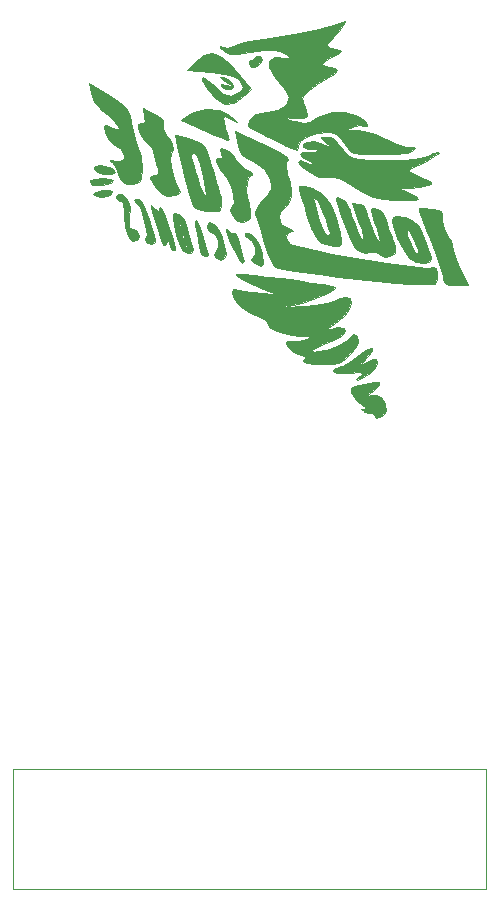
<source format=gbr>
%TF.GenerationSoftware,KiCad,Pcbnew,5.0.0*%
%TF.CreationDate,2018-07-30T20:43:33-05:00*%
%TF.ProjectId,breakout,627265616B6F75742E6B696361645F70,rev?*%
%TF.SameCoordinates,Original*%
%TF.FileFunction,Legend,Bot*%
%TF.FilePolarity,Positive*%
%FSLAX46Y46*%
G04 Gerber Fmt 4.6, Leading zero omitted, Abs format (unit mm)*
G04 Created by KiCad (PCBNEW 5.0.0) date Mon Jul 30 20:43:33 2018*
%MOMM*%
%LPD*%
G01*
G04 APERTURE LIST*
%ADD10C,0.010000*%
%ADD11C,0.120000*%
G04 APERTURE END LIST*
D10*
G36*
X130276579Y-127352743D02*
X129530813Y-127538159D01*
X129202626Y-127731955D01*
X129181238Y-128024839D01*
X129238403Y-128202809D01*
X129636199Y-128772797D01*
X130091940Y-129116290D01*
X130439416Y-129355116D01*
X130335309Y-129454504D01*
X130331410Y-129454595D01*
X130069164Y-129500645D01*
X130285141Y-129686938D01*
X130318645Y-129708263D01*
X130762993Y-129854898D01*
X130920224Y-129822074D01*
X131121691Y-129887952D01*
X131133516Y-129973400D01*
X131299467Y-130236514D01*
X131786886Y-130084005D01*
X131925928Y-130000827D01*
X132173238Y-129688914D01*
X132101025Y-129153266D01*
X132050092Y-129002290D01*
X131742212Y-128455718D01*
X131266811Y-128317433D01*
X131123995Y-128329069D01*
X130465094Y-128406853D01*
X131129521Y-127879460D01*
X131588262Y-127446783D01*
X131589710Y-127225405D01*
X131118363Y-127205753D01*
X130276579Y-127352743D01*
X130276579Y-127352743D01*
G37*
X130276579Y-127352743D02*
X129530813Y-127538159D01*
X129202626Y-127731955D01*
X129181238Y-128024839D01*
X129238403Y-128202809D01*
X129636199Y-128772797D01*
X130091940Y-129116290D01*
X130439416Y-129355116D01*
X130335309Y-129454504D01*
X130331410Y-129454595D01*
X130069164Y-129500645D01*
X130285141Y-129686938D01*
X130318645Y-129708263D01*
X130762993Y-129854898D01*
X130920224Y-129822074D01*
X131121691Y-129887952D01*
X131133516Y-129973400D01*
X131299467Y-130236514D01*
X131786886Y-130084005D01*
X131925928Y-130000827D01*
X132173238Y-129688914D01*
X132101025Y-129153266D01*
X132050092Y-129002290D01*
X131742212Y-128455718D01*
X131266811Y-128317433D01*
X131123995Y-128329069D01*
X130465094Y-128406853D01*
X131129521Y-127879460D01*
X131588262Y-127446783D01*
X131589710Y-127225405D01*
X131118363Y-127205753D01*
X130276579Y-127352743D01*
G36*
X130642292Y-124375832D02*
X130059065Y-124765832D01*
X129886978Y-124911401D01*
X129173652Y-125445157D01*
X128491114Y-125813310D01*
X128321244Y-125870090D01*
X127744200Y-126087324D01*
X127645042Y-126290187D01*
X127967786Y-126433875D01*
X128656446Y-126473583D01*
X129043663Y-126448253D01*
X129822253Y-126386949D01*
X130146733Y-126414572D01*
X130093276Y-126551216D01*
X129928350Y-126681604D01*
X129648339Y-126956890D01*
X129709514Y-127048127D01*
X130098094Y-126895278D01*
X130657425Y-126524315D01*
X130696406Y-126493984D01*
X131181301Y-126007138D01*
X131399882Y-125579387D01*
X131400884Y-125558195D01*
X131334550Y-125239891D01*
X131053204Y-125231649D01*
X130514359Y-125480203D01*
X129930358Y-125783858D01*
X130534382Y-125126157D01*
X130945190Y-124577636D01*
X130959413Y-124320314D01*
X130642292Y-124375832D01*
X130642292Y-124375832D01*
G37*
X130642292Y-124375832D02*
X130059065Y-124765832D01*
X129886978Y-124911401D01*
X129173652Y-125445157D01*
X128491114Y-125813310D01*
X128321244Y-125870090D01*
X127744200Y-126087324D01*
X127645042Y-126290187D01*
X127967786Y-126433875D01*
X128656446Y-126473583D01*
X129043663Y-126448253D01*
X129822253Y-126386949D01*
X130146733Y-126414572D01*
X130093276Y-126551216D01*
X129928350Y-126681604D01*
X129648339Y-126956890D01*
X129709514Y-127048127D01*
X130098094Y-126895278D01*
X130657425Y-126524315D01*
X130696406Y-126493984D01*
X131181301Y-126007138D01*
X131399882Y-125579387D01*
X131400884Y-125558195D01*
X131334550Y-125239891D01*
X131053204Y-125231649D01*
X130514359Y-125480203D01*
X129930358Y-125783858D01*
X130534382Y-125126157D01*
X130945190Y-124577636D01*
X130959413Y-124320314D01*
X130642292Y-124375832D01*
G36*
X119464313Y-118040838D02*
X119574759Y-118243358D01*
X120071969Y-118566819D01*
X120840028Y-118949797D01*
X121763022Y-119330865D01*
X122176673Y-119478163D01*
X123246147Y-119839379D01*
X121775621Y-119699751D01*
X120829472Y-119590720D01*
X120020755Y-119464848D01*
X119703516Y-119396099D01*
X119233294Y-119366851D01*
X119101937Y-119677078D01*
X119322123Y-120219101D01*
X119874014Y-120820108D01*
X120594607Y-121336086D01*
X121299867Y-121618976D01*
X121836915Y-121844801D01*
X122042989Y-122148875D01*
X122284012Y-122519416D01*
X122906068Y-122876682D01*
X123757638Y-123159114D01*
X124687201Y-123305154D01*
X124908612Y-123313099D01*
X125519883Y-123340784D01*
X125660733Y-123433436D01*
X125432569Y-123604591D01*
X124801802Y-123762235D01*
X124274622Y-123719622D01*
X123777681Y-123701167D01*
X123642807Y-123920063D01*
X123825690Y-124266094D01*
X124282020Y-124629048D01*
X124719930Y-124827246D01*
X125228244Y-125031439D01*
X125356053Y-125150629D01*
X125302473Y-125161457D01*
X125080945Y-125324688D01*
X125117726Y-125443916D01*
X125456695Y-125591726D01*
X126154188Y-125688825D01*
X126758283Y-125711284D01*
X127686842Y-125669156D01*
X128305963Y-125491501D01*
X128837721Y-125101415D01*
X129015135Y-124929746D01*
X129509822Y-124342813D01*
X129779789Y-123843094D01*
X129796673Y-123742367D01*
X129657750Y-123293396D01*
X129364972Y-123150181D01*
X129105731Y-123400932D01*
X128740234Y-123774181D01*
X128032704Y-124153045D01*
X127169496Y-124460983D01*
X126336965Y-124621456D01*
X126114947Y-124629305D01*
X125766884Y-124594332D01*
X125822862Y-124481604D01*
X126325256Y-124251852D01*
X126670412Y-124114593D01*
X127491539Y-123761855D01*
X128139748Y-123427399D01*
X128341465Y-123292256D01*
X128709213Y-122853474D01*
X128593629Y-122599146D01*
X128028364Y-122577065D01*
X127858252Y-122605904D01*
X126989305Y-122775787D01*
X127863705Y-122238887D01*
X128602562Y-121654152D01*
X129055049Y-121044290D01*
X129219430Y-120502103D01*
X129093969Y-120120392D01*
X128676928Y-119991961D01*
X127966573Y-120209610D01*
X127901055Y-120242663D01*
X127152713Y-120502348D01*
X126121952Y-120705437D01*
X125263492Y-120791860D01*
X123513516Y-120882067D01*
X125066732Y-120485087D01*
X125958610Y-120211928D01*
X126803246Y-119878920D01*
X127474918Y-119545934D01*
X127847907Y-119272841D01*
X127866597Y-119151728D01*
X127564742Y-119070370D01*
X126848555Y-118943980D01*
X125828939Y-118787221D01*
X124616794Y-118614755D01*
X123323023Y-118441246D01*
X122058528Y-118281355D01*
X120934209Y-118149746D01*
X120060969Y-118061081D01*
X119549709Y-118030022D01*
X119464313Y-118040838D01*
X119464313Y-118040838D01*
G37*
X119464313Y-118040838D02*
X119574759Y-118243358D01*
X120071969Y-118566819D01*
X120840028Y-118949797D01*
X121763022Y-119330865D01*
X122176673Y-119478163D01*
X123246147Y-119839379D01*
X121775621Y-119699751D01*
X120829472Y-119590720D01*
X120020755Y-119464848D01*
X119703516Y-119396099D01*
X119233294Y-119366851D01*
X119101937Y-119677078D01*
X119322123Y-120219101D01*
X119874014Y-120820108D01*
X120594607Y-121336086D01*
X121299867Y-121618976D01*
X121836915Y-121844801D01*
X122042989Y-122148875D01*
X122284012Y-122519416D01*
X122906068Y-122876682D01*
X123757638Y-123159114D01*
X124687201Y-123305154D01*
X124908612Y-123313099D01*
X125519883Y-123340784D01*
X125660733Y-123433436D01*
X125432569Y-123604591D01*
X124801802Y-123762235D01*
X124274622Y-123719622D01*
X123777681Y-123701167D01*
X123642807Y-123920063D01*
X123825690Y-124266094D01*
X124282020Y-124629048D01*
X124719930Y-124827246D01*
X125228244Y-125031439D01*
X125356053Y-125150629D01*
X125302473Y-125161457D01*
X125080945Y-125324688D01*
X125117726Y-125443916D01*
X125456695Y-125591726D01*
X126154188Y-125688825D01*
X126758283Y-125711284D01*
X127686842Y-125669156D01*
X128305963Y-125491501D01*
X128837721Y-125101415D01*
X129015135Y-124929746D01*
X129509822Y-124342813D01*
X129779789Y-123843094D01*
X129796673Y-123742367D01*
X129657750Y-123293396D01*
X129364972Y-123150181D01*
X129105731Y-123400932D01*
X128740234Y-123774181D01*
X128032704Y-124153045D01*
X127169496Y-124460983D01*
X126336965Y-124621456D01*
X126114947Y-124629305D01*
X125766884Y-124594332D01*
X125822862Y-124481604D01*
X126325256Y-124251852D01*
X126670412Y-124114593D01*
X127491539Y-123761855D01*
X128139748Y-123427399D01*
X128341465Y-123292256D01*
X128709213Y-122853474D01*
X128593629Y-122599146D01*
X128028364Y-122577065D01*
X127858252Y-122605904D01*
X126989305Y-122775787D01*
X127863705Y-122238887D01*
X128602562Y-121654152D01*
X129055049Y-121044290D01*
X129219430Y-120502103D01*
X129093969Y-120120392D01*
X128676928Y-119991961D01*
X127966573Y-120209610D01*
X127901055Y-120242663D01*
X127152713Y-120502348D01*
X126121952Y-120705437D01*
X125263492Y-120791860D01*
X123513516Y-120882067D01*
X125066732Y-120485087D01*
X125958610Y-120211928D01*
X126803246Y-119878920D01*
X127474918Y-119545934D01*
X127847907Y-119272841D01*
X127866597Y-119151728D01*
X127564742Y-119070370D01*
X126848555Y-118943980D01*
X125828939Y-118787221D01*
X124616794Y-118614755D01*
X123323023Y-118441246D01*
X122058528Y-118281355D01*
X120934209Y-118149746D01*
X120060969Y-118061081D01*
X119549709Y-118030022D01*
X119464313Y-118040838D01*
G36*
X134968221Y-112447635D02*
X134934430Y-112463352D01*
X134985745Y-112737673D01*
X135204625Y-113401414D01*
X135554428Y-114349784D01*
X135923022Y-115290676D01*
X136369906Y-116449110D01*
X136728439Y-117463347D01*
X136956149Y-118207827D01*
X137015621Y-118520533D01*
X137120294Y-118859085D01*
X137524775Y-119004488D01*
X138046071Y-119027074D01*
X139076521Y-119027074D01*
X138416164Y-117647256D01*
X138040713Y-116768028D01*
X137785184Y-115990844D01*
X137719924Y-115642181D01*
X137628564Y-115159898D01*
X137509671Y-115016736D01*
X137291951Y-114788010D01*
X137071253Y-114248496D01*
X136914437Y-113617565D01*
X136888364Y-113114587D01*
X136907510Y-113041053D01*
X136795215Y-112750580D01*
X136181613Y-112546697D01*
X136041320Y-112522091D01*
X135370042Y-112441823D01*
X134968221Y-112447635D01*
X134968221Y-112447635D01*
G37*
X134968221Y-112447635D02*
X134934430Y-112463352D01*
X134985745Y-112737673D01*
X135204625Y-113401414D01*
X135554428Y-114349784D01*
X135923022Y-115290676D01*
X136369906Y-116449110D01*
X136728439Y-117463347D01*
X136956149Y-118207827D01*
X137015621Y-118520533D01*
X137120294Y-118859085D01*
X137524775Y-119004488D01*
X138046071Y-119027074D01*
X139076521Y-119027074D01*
X138416164Y-117647256D01*
X138040713Y-116768028D01*
X137785184Y-115990844D01*
X137719924Y-115642181D01*
X137628564Y-115159898D01*
X137509671Y-115016736D01*
X137291951Y-114788010D01*
X137071253Y-114248496D01*
X136914437Y-113617565D01*
X136888364Y-113114587D01*
X136907510Y-113041053D01*
X136795215Y-112750580D01*
X136181613Y-112546697D01*
X136041320Y-112522091D01*
X135370042Y-112441823D01*
X134968221Y-112447635D01*
G36*
X119515368Y-106804898D02*
X119713057Y-107575497D01*
X119984166Y-108017636D01*
X120489773Y-108330358D01*
X120890816Y-108504555D01*
X121787314Y-109140647D01*
X122206380Y-109832721D01*
X122424951Y-110428489D01*
X122415198Y-110847002D01*
X122127137Y-111304473D01*
X121769561Y-111722193D01*
X121302712Y-112348885D01*
X121069009Y-112855764D01*
X121068300Y-113006324D01*
X121205005Y-113417361D01*
X121443089Y-114182004D01*
X121732994Y-115140867D01*
X121756230Y-115218806D01*
X122074583Y-116177876D01*
X122388350Y-116942180D01*
X122633350Y-117356853D01*
X122647763Y-117370040D01*
X123046896Y-117515419D01*
X123876956Y-117689419D01*
X125048901Y-117882238D01*
X126473694Y-118084075D01*
X128062293Y-118285128D01*
X129725660Y-118475596D01*
X131374754Y-118645677D01*
X132920536Y-118785570D01*
X134273966Y-118885473D01*
X135346005Y-118935583D01*
X136047612Y-118926101D01*
X136280697Y-118870769D01*
X136461298Y-118473002D01*
X136477404Y-117967236D01*
X136351129Y-117574117D01*
X136142854Y-117495367D01*
X135695495Y-117521857D01*
X134822197Y-117457290D01*
X133620893Y-117317862D01*
X132189515Y-117119769D01*
X130625995Y-116879207D01*
X129028265Y-116612373D01*
X127494258Y-116335461D01*
X126121905Y-116064669D01*
X125009139Y-115816192D01*
X124253892Y-115606227D01*
X123981410Y-115484104D01*
X123674547Y-115035538D01*
X123748179Y-114627541D01*
X124115094Y-114460703D01*
X124273037Y-114383265D01*
X123929045Y-114201555D01*
X123847726Y-114171054D01*
X123265560Y-113792076D01*
X123112463Y-113256372D01*
X123190997Y-112764433D01*
X123334652Y-112610232D01*
X123610728Y-112400533D01*
X123900725Y-111967676D01*
X124086835Y-111463220D01*
X124085372Y-110861428D01*
X123895372Y-109962490D01*
X123890973Y-109945300D01*
X123702369Y-109029095D01*
X123722879Y-108521873D01*
X123830575Y-108382066D01*
X123731926Y-108201217D01*
X123232229Y-107859521D01*
X122419700Y-107411920D01*
X121727497Y-107072267D01*
X119331179Y-105945881D01*
X119515368Y-106804898D01*
X119515368Y-106804898D01*
G37*
X119515368Y-106804898D02*
X119713057Y-107575497D01*
X119984166Y-108017636D01*
X120489773Y-108330358D01*
X120890816Y-108504555D01*
X121787314Y-109140647D01*
X122206380Y-109832721D01*
X122424951Y-110428489D01*
X122415198Y-110847002D01*
X122127137Y-111304473D01*
X121769561Y-111722193D01*
X121302712Y-112348885D01*
X121069009Y-112855764D01*
X121068300Y-113006324D01*
X121205005Y-113417361D01*
X121443089Y-114182004D01*
X121732994Y-115140867D01*
X121756230Y-115218806D01*
X122074583Y-116177876D01*
X122388350Y-116942180D01*
X122633350Y-117356853D01*
X122647763Y-117370040D01*
X123046896Y-117515419D01*
X123876956Y-117689419D01*
X125048901Y-117882238D01*
X126473694Y-118084075D01*
X128062293Y-118285128D01*
X129725660Y-118475596D01*
X131374754Y-118645677D01*
X132920536Y-118785570D01*
X134273966Y-118885473D01*
X135346005Y-118935583D01*
X136047612Y-118926101D01*
X136280697Y-118870769D01*
X136461298Y-118473002D01*
X136477404Y-117967236D01*
X136351129Y-117574117D01*
X136142854Y-117495367D01*
X135695495Y-117521857D01*
X134822197Y-117457290D01*
X133620893Y-117317862D01*
X132189515Y-117119769D01*
X130625995Y-116879207D01*
X129028265Y-116612373D01*
X127494258Y-116335461D01*
X126121905Y-116064669D01*
X125009139Y-115816192D01*
X124253892Y-115606227D01*
X123981410Y-115484104D01*
X123674547Y-115035538D01*
X123748179Y-114627541D01*
X124115094Y-114460703D01*
X124273037Y-114383265D01*
X123929045Y-114201555D01*
X123847726Y-114171054D01*
X123265560Y-113792076D01*
X123112463Y-113256372D01*
X123190997Y-112764433D01*
X123334652Y-112610232D01*
X123610728Y-112400533D01*
X123900725Y-111967676D01*
X124086835Y-111463220D01*
X124085372Y-110861428D01*
X123895372Y-109962490D01*
X123890973Y-109945300D01*
X123702369Y-109029095D01*
X123722879Y-108521873D01*
X123830575Y-108382066D01*
X123731926Y-108201217D01*
X123232229Y-107859521D01*
X122419700Y-107411920D01*
X121727497Y-107072267D01*
X119331179Y-105945881D01*
X119515368Y-106804898D01*
G36*
X120225682Y-114620229D02*
X120199984Y-114645806D01*
X120248570Y-114872239D01*
X120389215Y-114947508D01*
X120784197Y-115289460D01*
X121036513Y-115847965D01*
X121076118Y-116395042D01*
X120917035Y-116665417D01*
X120724184Y-116905963D01*
X120973516Y-117151401D01*
X121527534Y-117403814D01*
X121765880Y-117228520D01*
X121775621Y-117119673D01*
X121663514Y-116312100D01*
X121377304Y-115540357D01*
X120992153Y-114922456D01*
X120583224Y-114576410D01*
X120225682Y-114620229D01*
X120225682Y-114620229D01*
G37*
X120225682Y-114620229D02*
X120199984Y-114645806D01*
X120248570Y-114872239D01*
X120389215Y-114947508D01*
X120784197Y-115289460D01*
X121036513Y-115847965D01*
X121076118Y-116395042D01*
X120917035Y-116665417D01*
X120724184Y-116905963D01*
X120973516Y-117151401D01*
X121527534Y-117403814D01*
X121765880Y-117228520D01*
X121775621Y-117119673D01*
X121663514Y-116312100D01*
X121377304Y-115540357D01*
X120992153Y-114922456D01*
X120583224Y-114576410D01*
X120225682Y-114620229D01*
G36*
X132752388Y-113269591D02*
X132679256Y-113597301D01*
X132817920Y-114232154D01*
X133107443Y-115021335D01*
X133486888Y-115812030D01*
X133895320Y-116451425D01*
X134115360Y-116687600D01*
X134691345Y-117013188D01*
X135308420Y-117144166D01*
X135784447Y-117067203D01*
X135942122Y-116821284D01*
X135834012Y-116282321D01*
X135810591Y-116211118D01*
X134876673Y-116211118D01*
X134785008Y-116379841D01*
X134551854Y-116128355D01*
X134239978Y-115530643D01*
X134178947Y-115388702D01*
X133955940Y-114741008D01*
X133900885Y-114325859D01*
X133921712Y-114278176D01*
X134085223Y-114415029D01*
X134351811Y-114866621D01*
X134630748Y-115449312D01*
X134831307Y-115979461D01*
X134876673Y-116211118D01*
X135810591Y-116211118D01*
X135569724Y-115478863D01*
X135227224Y-114627163D01*
X134937792Y-114035648D01*
X134470746Y-113589475D01*
X133771157Y-113276071D01*
X133079060Y-113179577D01*
X132752388Y-113269591D01*
X132752388Y-113269591D01*
G37*
X132752388Y-113269591D02*
X132679256Y-113597301D01*
X132817920Y-114232154D01*
X133107443Y-115021335D01*
X133486888Y-115812030D01*
X133895320Y-116451425D01*
X134115360Y-116687600D01*
X134691345Y-117013188D01*
X135308420Y-117144166D01*
X135784447Y-117067203D01*
X135942122Y-116821284D01*
X135834012Y-116282321D01*
X135810591Y-116211118D01*
X134876673Y-116211118D01*
X134785008Y-116379841D01*
X134551854Y-116128355D01*
X134239978Y-115530643D01*
X134178947Y-115388702D01*
X133955940Y-114741008D01*
X133900885Y-114325859D01*
X133921712Y-114278176D01*
X134085223Y-114415029D01*
X134351811Y-114866621D01*
X134630748Y-115449312D01*
X134831307Y-115979461D01*
X134876673Y-116211118D01*
X135810591Y-116211118D01*
X135569724Y-115478863D01*
X135227224Y-114627163D01*
X134937792Y-114035648D01*
X134470746Y-113589475D01*
X133771157Y-113276071D01*
X133079060Y-113179577D01*
X132752388Y-113269591D01*
G36*
X118578907Y-114420981D02*
X118757828Y-114940283D01*
X119059443Y-115621873D01*
X119411538Y-116315278D01*
X119741898Y-116870024D01*
X119978306Y-117135638D01*
X119999489Y-117141168D01*
X120107989Y-116953191D01*
X120043585Y-116687600D01*
X119867338Y-116091510D01*
X119713489Y-115356067D01*
X119559825Y-114810103D01*
X119375726Y-114616236D01*
X119353658Y-114625165D01*
X119041555Y-114571202D01*
X118970948Y-114486172D01*
X118662981Y-114226320D01*
X118594897Y-114214442D01*
X118578907Y-114420981D01*
X118578907Y-114420981D01*
G37*
X118578907Y-114420981D02*
X118757828Y-114940283D01*
X119059443Y-115621873D01*
X119411538Y-116315278D01*
X119741898Y-116870024D01*
X119978306Y-117135638D01*
X119999489Y-117141168D01*
X120107989Y-116953191D01*
X120043585Y-116687600D01*
X119867338Y-116091510D01*
X119713489Y-115356067D01*
X119559825Y-114810103D01*
X119375726Y-114616236D01*
X119353658Y-114625165D01*
X119041555Y-114571202D01*
X118970948Y-114486172D01*
X118662981Y-114226320D01*
X118594897Y-114214442D01*
X118578907Y-114420981D01*
G36*
X116969871Y-113962555D02*
X116962989Y-114080758D01*
X117162123Y-114435560D01*
X117335057Y-114481811D01*
X117671719Y-114706708D01*
X117889096Y-115217549D01*
X117924629Y-115768558D01*
X117746345Y-116097609D01*
X117569383Y-116420041D01*
X117767595Y-116751999D01*
X118181926Y-116888127D01*
X118502162Y-116667566D01*
X118567200Y-116393287D01*
X118468199Y-115715863D01*
X118225026Y-114921454D01*
X117918420Y-114232005D01*
X117654457Y-113884326D01*
X117174287Y-113696611D01*
X116969871Y-113962555D01*
X116969871Y-113962555D01*
G37*
X116969871Y-113962555D02*
X116962989Y-114080758D01*
X117162123Y-114435560D01*
X117335057Y-114481811D01*
X117671719Y-114706708D01*
X117889096Y-115217549D01*
X117924629Y-115768558D01*
X117746345Y-116097609D01*
X117569383Y-116420041D01*
X117767595Y-116751999D01*
X118181926Y-116888127D01*
X118502162Y-116667566D01*
X118567200Y-116393287D01*
X118468199Y-115715863D01*
X118225026Y-114921454D01*
X117918420Y-114232005D01*
X117654457Y-113884326D01*
X117174287Y-113696611D01*
X116969871Y-113962555D01*
G36*
X127946504Y-111761609D02*
X128059177Y-112331528D01*
X128308322Y-113126834D01*
X128645291Y-114019756D01*
X129021440Y-114882520D01*
X129388123Y-115587352D01*
X129696693Y-116006480D01*
X129726953Y-116031102D01*
X130359797Y-116251517D01*
X130782919Y-116230647D01*
X131309006Y-116218977D01*
X131533962Y-116352408D01*
X131946990Y-116597971D01*
X132497304Y-116557706D01*
X132889906Y-116260542D01*
X132909238Y-116217540D01*
X132903926Y-115723223D01*
X132689979Y-115032105D01*
X132636952Y-114914453D01*
X132320162Y-114134202D01*
X132123968Y-113446590D01*
X132116338Y-113401265D01*
X131810663Y-112826276D01*
X131444443Y-112574020D01*
X131056589Y-112471686D01*
X130902086Y-112599034D01*
X130969647Y-113043501D01*
X131247984Y-113892524D01*
X131267200Y-113947074D01*
X131507649Y-114702411D01*
X131639813Y-115262787D01*
X131649366Y-115384373D01*
X131554614Y-115369096D01*
X131338177Y-114991832D01*
X131061729Y-114392911D01*
X130786947Y-113712665D01*
X130575507Y-113091421D01*
X130497834Y-112764298D01*
X130185182Y-112263117D01*
X129834811Y-112123300D01*
X129255196Y-112037420D01*
X129819416Y-113545433D01*
X130096069Y-114365635D01*
X130243473Y-114969428D01*
X130239502Y-115197579D01*
X130065469Y-115069652D01*
X129791582Y-114576686D01*
X129482669Y-113862388D01*
X129203560Y-113070465D01*
X129079319Y-112625834D01*
X128709979Y-111851066D01*
X128100231Y-111548864D01*
X128018947Y-111544852D01*
X127946504Y-111761609D01*
X127946504Y-111761609D01*
G37*
X127946504Y-111761609D02*
X128059177Y-112331528D01*
X128308322Y-113126834D01*
X128645291Y-114019756D01*
X129021440Y-114882520D01*
X129388123Y-115587352D01*
X129696693Y-116006480D01*
X129726953Y-116031102D01*
X130359797Y-116251517D01*
X130782919Y-116230647D01*
X131309006Y-116218977D01*
X131533962Y-116352408D01*
X131946990Y-116597971D01*
X132497304Y-116557706D01*
X132889906Y-116260542D01*
X132909238Y-116217540D01*
X132903926Y-115723223D01*
X132689979Y-115032105D01*
X132636952Y-114914453D01*
X132320162Y-114134202D01*
X132123968Y-113446590D01*
X132116338Y-113401265D01*
X131810663Y-112826276D01*
X131444443Y-112574020D01*
X131056589Y-112471686D01*
X130902086Y-112599034D01*
X130969647Y-113043501D01*
X131247984Y-113892524D01*
X131267200Y-113947074D01*
X131507649Y-114702411D01*
X131639813Y-115262787D01*
X131649366Y-115384373D01*
X131554614Y-115369096D01*
X131338177Y-114991832D01*
X131061729Y-114392911D01*
X130786947Y-113712665D01*
X130575507Y-113091421D01*
X130497834Y-112764298D01*
X130185182Y-112263117D01*
X129834811Y-112123300D01*
X129255196Y-112037420D01*
X129819416Y-113545433D01*
X130096069Y-114365635D01*
X130243473Y-114969428D01*
X130239502Y-115197579D01*
X130065469Y-115069652D01*
X129791582Y-114576686D01*
X129482669Y-113862388D01*
X129203560Y-113070465D01*
X129079319Y-112625834D01*
X128709979Y-111851066D01*
X128100231Y-111548864D01*
X128018947Y-111544852D01*
X127946504Y-111761609D01*
G36*
X115954382Y-113549932D02*
X116010850Y-114041105D01*
X116047746Y-114214442D01*
X116206866Y-115060666D01*
X116298743Y-115804554D01*
X116299648Y-115818653D01*
X116479499Y-116358311D01*
X116760729Y-116568717D01*
X116986319Y-116565640D01*
X117046352Y-116360253D01*
X116941954Y-115838482D01*
X116773926Y-115231875D01*
X116496871Y-114382987D01*
X116239715Y-113780170D01*
X116044777Y-113482719D01*
X115954382Y-113549932D01*
X115954382Y-113549932D01*
G37*
X115954382Y-113549932D02*
X116010850Y-114041105D01*
X116047746Y-114214442D01*
X116206866Y-115060666D01*
X116298743Y-115804554D01*
X116299648Y-115818653D01*
X116479499Y-116358311D01*
X116760729Y-116568717D01*
X116986319Y-116565640D01*
X117046352Y-116360253D01*
X116941954Y-115838482D01*
X116773926Y-115231875D01*
X116496871Y-114382987D01*
X116239715Y-113780170D01*
X116044777Y-113482719D01*
X115954382Y-113549932D01*
G36*
X114107196Y-112970587D02*
X114079549Y-113303232D01*
X114189741Y-113954060D01*
X114390189Y-114739695D01*
X114633309Y-115476760D01*
X114871517Y-115981881D01*
X114898268Y-116019179D01*
X115296438Y-116317037D01*
X115667251Y-116326237D01*
X115818669Y-116068746D01*
X115783618Y-115917913D01*
X115709154Y-115684969D01*
X115358779Y-115684969D01*
X115225094Y-115818653D01*
X115091410Y-115684969D01*
X115225094Y-115551284D01*
X115358779Y-115684969D01*
X115709154Y-115684969D01*
X115617605Y-115398582D01*
X115474461Y-114882863D01*
X115091410Y-114882863D01*
X114957726Y-115016548D01*
X114824042Y-114882863D01*
X114957726Y-114749179D01*
X115091410Y-114882863D01*
X115474461Y-114882863D01*
X115399106Y-114611379D01*
X115316486Y-114290931D01*
X115189604Y-113947074D01*
X114824042Y-113947074D01*
X114726216Y-114167148D01*
X114645796Y-114125320D01*
X114613797Y-113808016D01*
X114645796Y-113768828D01*
X114804746Y-113805530D01*
X114824042Y-113947074D01*
X115189604Y-113947074D01*
X115006420Y-113450637D01*
X114620647Y-112955625D01*
X114230137Y-112883383D01*
X114107196Y-112970587D01*
X114107196Y-112970587D01*
G37*
X114107196Y-112970587D02*
X114079549Y-113303232D01*
X114189741Y-113954060D01*
X114390189Y-114739695D01*
X114633309Y-115476760D01*
X114871517Y-115981881D01*
X114898268Y-116019179D01*
X115296438Y-116317037D01*
X115667251Y-116326237D01*
X115818669Y-116068746D01*
X115783618Y-115917913D01*
X115709154Y-115684969D01*
X115358779Y-115684969D01*
X115225094Y-115818653D01*
X115091410Y-115684969D01*
X115225094Y-115551284D01*
X115358779Y-115684969D01*
X115709154Y-115684969D01*
X115617605Y-115398582D01*
X115474461Y-114882863D01*
X115091410Y-114882863D01*
X114957726Y-115016548D01*
X114824042Y-114882863D01*
X114957726Y-114749179D01*
X115091410Y-114882863D01*
X115474461Y-114882863D01*
X115399106Y-114611379D01*
X115316486Y-114290931D01*
X115189604Y-113947074D01*
X114824042Y-113947074D01*
X114726216Y-114167148D01*
X114645796Y-114125320D01*
X114613797Y-113808016D01*
X114645796Y-113768828D01*
X114804746Y-113805530D01*
X114824042Y-113947074D01*
X115189604Y-113947074D01*
X115006420Y-113450637D01*
X114620647Y-112955625D01*
X114230137Y-112883383D01*
X114107196Y-112970587D01*
G36*
X112225932Y-112342863D02*
X112361645Y-112802625D01*
X112592748Y-113588443D01*
X112815780Y-114348127D01*
X113084744Y-115195162D01*
X113273983Y-115582312D01*
X113422889Y-115570991D01*
X113501693Y-115417600D01*
X113667730Y-115083637D01*
X113730543Y-115241057D01*
X113735776Y-115334979D01*
X113851039Y-115709513D01*
X114070943Y-115991732D01*
X114253011Y-116034833D01*
X114285367Y-115901274D01*
X114208805Y-115547140D01*
X114014373Y-114850503D01*
X113804247Y-114156655D01*
X113464526Y-113162107D01*
X113192436Y-112547574D01*
X113013347Y-112358924D01*
X112952463Y-112616772D01*
X112835975Y-112753477D01*
X112529584Y-112460808D01*
X112247418Y-112182085D01*
X112225932Y-112342863D01*
X112225932Y-112342863D01*
G37*
X112225932Y-112342863D02*
X112361645Y-112802625D01*
X112592748Y-113588443D01*
X112815780Y-114348127D01*
X113084744Y-115195162D01*
X113273983Y-115582312D01*
X113422889Y-115570991D01*
X113501693Y-115417600D01*
X113667730Y-115083637D01*
X113730543Y-115241057D01*
X113735776Y-115334979D01*
X113851039Y-115709513D01*
X114070943Y-115991732D01*
X114253011Y-116034833D01*
X114285367Y-115901274D01*
X114208805Y-115547140D01*
X114014373Y-114850503D01*
X113804247Y-114156655D01*
X113464526Y-113162107D01*
X113192436Y-112547574D01*
X113013347Y-112358924D01*
X112952463Y-112616772D01*
X112835975Y-112753477D01*
X112529584Y-112460808D01*
X112247418Y-112182085D01*
X112225932Y-112342863D01*
G36*
X124775093Y-110591111D02*
X124805717Y-110874319D01*
X124976177Y-111544269D01*
X125254477Y-112481328D01*
X125416556Y-112989592D01*
X125841065Y-114192595D01*
X126197365Y-114952073D01*
X126527563Y-115347735D01*
X126710013Y-115438228D01*
X127387939Y-115629457D01*
X127702067Y-115717059D01*
X128172711Y-115683136D01*
X128322656Y-115556933D01*
X128360363Y-115135941D01*
X128267194Y-114663124D01*
X127390358Y-114663124D01*
X127186205Y-114748109D01*
X127148122Y-114749179D01*
X126929964Y-114518806D01*
X126642218Y-113931211D01*
X126479701Y-113498393D01*
X126190193Y-112541198D01*
X126064497Y-111882417D01*
X126110304Y-111593696D01*
X126285347Y-111687811D01*
X126465508Y-112030952D01*
X126737605Y-112689918D01*
X127029870Y-113471470D01*
X127270535Y-114182371D01*
X127387833Y-114629383D01*
X127390358Y-114663124D01*
X128267194Y-114663124D01*
X128227878Y-114463607D01*
X128185474Y-114326950D01*
X127963854Y-113617232D01*
X127826740Y-113107987D01*
X127817664Y-113062178D01*
X127416578Y-112024595D01*
X126687533Y-111191727D01*
X125867595Y-110758349D01*
X125209203Y-110608109D01*
X124811050Y-110576441D01*
X124775093Y-110591111D01*
X124775093Y-110591111D01*
G37*
X124775093Y-110591111D02*
X124805717Y-110874319D01*
X124976177Y-111544269D01*
X125254477Y-112481328D01*
X125416556Y-112989592D01*
X125841065Y-114192595D01*
X126197365Y-114952073D01*
X126527563Y-115347735D01*
X126710013Y-115438228D01*
X127387939Y-115629457D01*
X127702067Y-115717059D01*
X128172711Y-115683136D01*
X128322656Y-115556933D01*
X128360363Y-115135941D01*
X128267194Y-114663124D01*
X127390358Y-114663124D01*
X127186205Y-114748109D01*
X127148122Y-114749179D01*
X126929964Y-114518806D01*
X126642218Y-113931211D01*
X126479701Y-113498393D01*
X126190193Y-112541198D01*
X126064497Y-111882417D01*
X126110304Y-111593696D01*
X126285347Y-111687811D01*
X126465508Y-112030952D01*
X126737605Y-112689918D01*
X127029870Y-113471470D01*
X127270535Y-114182371D01*
X127387833Y-114629383D01*
X127390358Y-114663124D01*
X128267194Y-114663124D01*
X128227878Y-114463607D01*
X128185474Y-114326950D01*
X127963854Y-113617232D01*
X127826740Y-113107987D01*
X127817664Y-113062178D01*
X127416578Y-112024595D01*
X126687533Y-111191727D01*
X125867595Y-110758349D01*
X125209203Y-110608109D01*
X124811050Y-110576441D01*
X124775093Y-110591111D01*
G36*
X110813516Y-111794237D02*
X111020614Y-112091966D01*
X111092407Y-112123897D01*
X111336228Y-112430919D01*
X111458723Y-112881441D01*
X111633879Y-113670839D01*
X111815736Y-114214442D01*
X111939151Y-114737643D01*
X111848806Y-114972541D01*
X111709675Y-115185335D01*
X111921140Y-115435280D01*
X112328427Y-115551284D01*
X112622764Y-115386234D01*
X112616299Y-115217074D01*
X112476831Y-114790174D01*
X112248080Y-114036283D01*
X112053910Y-113374466D01*
X111753549Y-112533885D01*
X111428747Y-111922318D01*
X111215521Y-111711805D01*
X110870128Y-111695224D01*
X110813516Y-111794237D01*
X110813516Y-111794237D01*
G37*
X110813516Y-111794237D02*
X111020614Y-112091966D01*
X111092407Y-112123897D01*
X111336228Y-112430919D01*
X111458723Y-112881441D01*
X111633879Y-113670839D01*
X111815736Y-114214442D01*
X111939151Y-114737643D01*
X111848806Y-114972541D01*
X111709675Y-115185335D01*
X111921140Y-115435280D01*
X112328427Y-115551284D01*
X112622764Y-115386234D01*
X112616299Y-115217074D01*
X112476831Y-114790174D01*
X112248080Y-114036283D01*
X112053910Y-113374466D01*
X111753549Y-112533885D01*
X111428747Y-111922318D01*
X111215521Y-111711805D01*
X110870128Y-111695224D01*
X110813516Y-111794237D01*
G36*
X109282496Y-111438675D02*
X109287287Y-111607600D01*
X109580554Y-111875398D01*
X109705772Y-111876585D01*
X109892199Y-112079216D01*
X109971864Y-112758191D01*
X109971688Y-113144012D01*
X110045646Y-114125633D01*
X110281699Y-114856713D01*
X110628256Y-115250674D01*
X111033726Y-115220934D01*
X111151585Y-115124092D01*
X111223425Y-114752756D01*
X110985082Y-114364057D01*
X110639111Y-114214442D01*
X110393883Y-114080695D01*
X110376655Y-113604009D01*
X110424822Y-113306806D01*
X110446652Y-112427984D01*
X110212399Y-111712769D01*
X109784806Y-111311940D01*
X109578670Y-111273390D01*
X109282496Y-111438675D01*
X109282496Y-111438675D01*
G37*
X109282496Y-111438675D02*
X109287287Y-111607600D01*
X109580554Y-111875398D01*
X109705772Y-111876585D01*
X109892199Y-112079216D01*
X109971864Y-112758191D01*
X109971688Y-113144012D01*
X110045646Y-114125633D01*
X110281699Y-114856713D01*
X110628256Y-115250674D01*
X111033726Y-115220934D01*
X111151585Y-115124092D01*
X111223425Y-114752756D01*
X110985082Y-114364057D01*
X110639111Y-114214442D01*
X110393883Y-114080695D01*
X110376655Y-113604009D01*
X110424822Y-113306806D01*
X110446652Y-112427984D01*
X110212399Y-111712769D01*
X109784806Y-111311940D01*
X109578670Y-111273390D01*
X109282496Y-111438675D01*
G36*
X118091897Y-107503775D02*
X118175855Y-107828187D01*
X118233419Y-108227632D01*
X118061107Y-108216356D01*
X117809166Y-108204681D01*
X117759611Y-108504380D01*
X117883325Y-108944799D01*
X118151194Y-109355286D01*
X118273302Y-109460083D01*
X118662776Y-109922725D01*
X118988286Y-110624154D01*
X119198594Y-111384331D01*
X119242462Y-112023219D01*
X119094955Y-112347178D01*
X118913819Y-112634179D01*
X119083739Y-113110966D01*
X119516607Y-113541129D01*
X120060843Y-113667888D01*
X120504770Y-113464444D01*
X120600133Y-113302958D01*
X120626691Y-112813987D01*
X120508810Y-112083684D01*
X120465651Y-111915564D01*
X120316234Y-111013038D01*
X120363181Y-110247504D01*
X120584864Y-109763497D01*
X120801974Y-109668180D01*
X120800858Y-109550561D01*
X120427710Y-109257792D01*
X120238252Y-109137373D01*
X119673615Y-108705693D01*
X119380755Y-108311069D01*
X119369305Y-108245499D01*
X119150358Y-107881358D01*
X118681947Y-107570252D01*
X118206089Y-107385711D01*
X118091897Y-107503775D01*
X118091897Y-107503775D01*
G37*
X118091897Y-107503775D02*
X118175855Y-107828187D01*
X118233419Y-108227632D01*
X118061107Y-108216356D01*
X117809166Y-108204681D01*
X117759611Y-108504380D01*
X117883325Y-108944799D01*
X118151194Y-109355286D01*
X118273302Y-109460083D01*
X118662776Y-109922725D01*
X118988286Y-110624154D01*
X119198594Y-111384331D01*
X119242462Y-112023219D01*
X119094955Y-112347178D01*
X118913819Y-112634179D01*
X119083739Y-113110966D01*
X119516607Y-113541129D01*
X120060843Y-113667888D01*
X120504770Y-113464444D01*
X120600133Y-113302958D01*
X120626691Y-112813987D01*
X120508810Y-112083684D01*
X120465651Y-111915564D01*
X120316234Y-111013038D01*
X120363181Y-110247504D01*
X120584864Y-109763497D01*
X120801974Y-109668180D01*
X120800858Y-109550561D01*
X120427710Y-109257792D01*
X120238252Y-109137373D01*
X119673615Y-108705693D01*
X119380755Y-108311069D01*
X119369305Y-108245499D01*
X119150358Y-107881358D01*
X118681947Y-107570252D01*
X118206089Y-107385711D01*
X118091897Y-107503775D01*
G36*
X114324656Y-106336285D02*
X114340855Y-106624260D01*
X114472103Y-107299376D01*
X114686038Y-108234758D01*
X114950300Y-109303529D01*
X115232526Y-110378813D01*
X115500356Y-111333734D01*
X115721429Y-112041417D01*
X115863383Y-112374985D01*
X115865486Y-112377276D01*
X116255931Y-112561595D01*
X116897504Y-112699461D01*
X117567300Y-112762541D01*
X118042411Y-112722502D01*
X118132063Y-112665381D01*
X118207462Y-112205196D01*
X118142974Y-111492304D01*
X118105282Y-111343497D01*
X116929232Y-111343497D01*
X116848674Y-111488522D01*
X116658673Y-111243508D01*
X116398685Y-110663668D01*
X116108167Y-109804215D01*
X116056801Y-109628029D01*
X115791437Y-108678347D01*
X115665172Y-108131242D01*
X115667499Y-107875911D01*
X115787909Y-107801549D01*
X115883210Y-107797600D01*
X116119171Y-108051337D01*
X116392377Y-108764965D01*
X116679219Y-109867114D01*
X116860890Y-110753219D01*
X116929232Y-111343497D01*
X118105282Y-111343497D01*
X117963257Y-110782790D01*
X117946524Y-110738653D01*
X117791632Y-110272678D01*
X117554595Y-109486485D01*
X117358898Y-108805174D01*
X117076667Y-107947819D01*
X116790345Y-107308118D01*
X116611243Y-107069444D01*
X116097488Y-106814512D01*
X115420471Y-106562011D01*
X114778800Y-106375621D01*
X114371085Y-106319022D01*
X114324656Y-106336285D01*
X114324656Y-106336285D01*
G37*
X114324656Y-106336285D02*
X114340855Y-106624260D01*
X114472103Y-107299376D01*
X114686038Y-108234758D01*
X114950300Y-109303529D01*
X115232526Y-110378813D01*
X115500356Y-111333734D01*
X115721429Y-112041417D01*
X115863383Y-112374985D01*
X115865486Y-112377276D01*
X116255931Y-112561595D01*
X116897504Y-112699461D01*
X117567300Y-112762541D01*
X118042411Y-112722502D01*
X118132063Y-112665381D01*
X118207462Y-112205196D01*
X118142974Y-111492304D01*
X118105282Y-111343497D01*
X116929232Y-111343497D01*
X116848674Y-111488522D01*
X116658673Y-111243508D01*
X116398685Y-110663668D01*
X116108167Y-109804215D01*
X116056801Y-109628029D01*
X115791437Y-108678347D01*
X115665172Y-108131242D01*
X115667499Y-107875911D01*
X115787909Y-107801549D01*
X115883210Y-107797600D01*
X116119171Y-108051337D01*
X116392377Y-108764965D01*
X116679219Y-109867114D01*
X116860890Y-110753219D01*
X116929232Y-111343497D01*
X118105282Y-111343497D01*
X117963257Y-110782790D01*
X117946524Y-110738653D01*
X117791632Y-110272678D01*
X117554595Y-109486485D01*
X117358898Y-108805174D01*
X117076667Y-107947819D01*
X116790345Y-107308118D01*
X116611243Y-107069444D01*
X116097488Y-106814512D01*
X115420471Y-106562011D01*
X114778800Y-106375621D01*
X114371085Y-106319022D01*
X114324656Y-106336285D01*
G36*
X126661945Y-106483658D02*
X126720547Y-106630077D01*
X127005045Y-106853308D01*
X127321864Y-107162782D01*
X127214251Y-107243809D01*
X126749965Y-107076973D01*
X126560576Y-106980683D01*
X126027513Y-106835829D01*
X125495799Y-106877963D01*
X125151064Y-107064534D01*
X125144019Y-107305406D01*
X125506813Y-107472064D01*
X125816322Y-107444871D01*
X126225737Y-107451943D01*
X126320884Y-107586432D01*
X126098969Y-107746328D01*
X125646082Y-107730942D01*
X125029232Y-107716295D01*
X124837311Y-107910595D01*
X125113624Y-108203884D01*
X125406087Y-108340318D01*
X125872284Y-108577519D01*
X125979811Y-108762533D01*
X125660416Y-108767131D01*
X125274309Y-108611961D01*
X124826643Y-108442370D01*
X124739440Y-108564068D01*
X124985464Y-108900059D01*
X125537478Y-109373349D01*
X125545837Y-109379539D01*
X126354604Y-109815356D01*
X127137241Y-109839998D01*
X127160945Y-109835377D01*
X127725940Y-109817103D01*
X128364239Y-110029978D01*
X129225018Y-110528706D01*
X129445302Y-110673078D01*
X130325906Y-111216162D01*
X131070953Y-111531867D01*
X131913794Y-111693885D01*
X132910194Y-111767270D01*
X133857497Y-111794921D01*
X134554728Y-111776802D01*
X134870364Y-111717116D01*
X134876673Y-111704432D01*
X134657745Y-111501377D01*
X134119639Y-111212573D01*
X134007726Y-111162283D01*
X133138779Y-110782273D01*
X134074568Y-110756812D01*
X134913659Y-110690621D01*
X135624316Y-110566918D01*
X135628382Y-110565834D01*
X135962300Y-110445125D01*
X135930028Y-110300808D01*
X135478164Y-110058505D01*
X135160487Y-109914136D01*
X134506760Y-109594221D01*
X134119805Y-109352237D01*
X134074568Y-109293710D01*
X134296051Y-109117338D01*
X134859279Y-108819837D01*
X135243222Y-108642514D01*
X135977992Y-108271534D01*
X136495303Y-107926374D01*
X136609492Y-107805813D01*
X136538458Y-107705859D01*
X136110849Y-107852511D01*
X135908733Y-107951678D01*
X135347379Y-108174178D01*
X134621167Y-108313041D01*
X133610201Y-108382108D01*
X132194582Y-108395223D01*
X132074242Y-108394380D01*
X130775690Y-108376685D01*
X129902597Y-108333993D01*
X129345700Y-108245661D01*
X128995740Y-108091046D01*
X128743455Y-107849504D01*
X128665388Y-107750323D01*
X128098825Y-107029953D01*
X127716512Y-106642839D01*
X127391803Y-106487164D01*
X127061346Y-106460758D01*
X126661945Y-106483658D01*
X126661945Y-106483658D01*
G37*
X126661945Y-106483658D02*
X126720547Y-106630077D01*
X127005045Y-106853308D01*
X127321864Y-107162782D01*
X127214251Y-107243809D01*
X126749965Y-107076973D01*
X126560576Y-106980683D01*
X126027513Y-106835829D01*
X125495799Y-106877963D01*
X125151064Y-107064534D01*
X125144019Y-107305406D01*
X125506813Y-107472064D01*
X125816322Y-107444871D01*
X126225737Y-107451943D01*
X126320884Y-107586432D01*
X126098969Y-107746328D01*
X125646082Y-107730942D01*
X125029232Y-107716295D01*
X124837311Y-107910595D01*
X125113624Y-108203884D01*
X125406087Y-108340318D01*
X125872284Y-108577519D01*
X125979811Y-108762533D01*
X125660416Y-108767131D01*
X125274309Y-108611961D01*
X124826643Y-108442370D01*
X124739440Y-108564068D01*
X124985464Y-108900059D01*
X125537478Y-109373349D01*
X125545837Y-109379539D01*
X126354604Y-109815356D01*
X127137241Y-109839998D01*
X127160945Y-109835377D01*
X127725940Y-109817103D01*
X128364239Y-110029978D01*
X129225018Y-110528706D01*
X129445302Y-110673078D01*
X130325906Y-111216162D01*
X131070953Y-111531867D01*
X131913794Y-111693885D01*
X132910194Y-111767270D01*
X133857497Y-111794921D01*
X134554728Y-111776802D01*
X134870364Y-111717116D01*
X134876673Y-111704432D01*
X134657745Y-111501377D01*
X134119639Y-111212573D01*
X134007726Y-111162283D01*
X133138779Y-110782273D01*
X134074568Y-110756812D01*
X134913659Y-110690621D01*
X135624316Y-110566918D01*
X135628382Y-110565834D01*
X135962300Y-110445125D01*
X135930028Y-110300808D01*
X135478164Y-110058505D01*
X135160487Y-109914136D01*
X134506760Y-109594221D01*
X134119805Y-109352237D01*
X134074568Y-109293710D01*
X134296051Y-109117338D01*
X134859279Y-108819837D01*
X135243222Y-108642514D01*
X135977992Y-108271534D01*
X136495303Y-107926374D01*
X136609492Y-107805813D01*
X136538458Y-107705859D01*
X136110849Y-107852511D01*
X135908733Y-107951678D01*
X135347379Y-108174178D01*
X134621167Y-108313041D01*
X133610201Y-108382108D01*
X132194582Y-108395223D01*
X132074242Y-108394380D01*
X130775690Y-108376685D01*
X129902597Y-108333993D01*
X129345700Y-108245661D01*
X128995740Y-108091046D01*
X128743455Y-107849504D01*
X128665388Y-107750323D01*
X128098825Y-107029953D01*
X127716512Y-106642839D01*
X127391803Y-106487164D01*
X127061346Y-106460758D01*
X126661945Y-106483658D01*
G36*
X111681809Y-104726785D02*
X111713879Y-105215186D01*
X111504430Y-105298356D01*
X111418083Y-105270094D01*
X111173374Y-105330609D01*
X111156602Y-105692743D01*
X111323871Y-106197628D01*
X111631287Y-106686392D01*
X111871308Y-106910459D01*
X112297129Y-107420559D01*
X112533557Y-107991889D01*
X112716530Y-108718528D01*
X112849493Y-109201284D01*
X112808673Y-109596114D01*
X112569428Y-109669179D01*
X112231782Y-109728924D01*
X112209901Y-109972290D01*
X112515544Y-110495474D01*
X112703301Y-110764221D01*
X113166460Y-111309610D01*
X113633018Y-111479618D01*
X114345714Y-111360081D01*
X114370345Y-111353720D01*
X114687586Y-111137583D01*
X114609461Y-110916840D01*
X114370230Y-110437769D01*
X114147189Y-109720860D01*
X113976589Y-108940733D01*
X113894679Y-108272008D01*
X113937707Y-107889305D01*
X113974474Y-107857982D01*
X114131105Y-107572459D01*
X114046330Y-107054376D01*
X113776485Y-106515348D01*
X113552371Y-106272459D01*
X113277926Y-105771846D01*
X113285365Y-105436928D01*
X113241203Y-105014171D01*
X112797113Y-104639315D01*
X112484255Y-104477317D01*
X111548850Y-104031253D01*
X111681809Y-104726785D01*
X111681809Y-104726785D01*
G37*
X111681809Y-104726785D02*
X111713879Y-105215186D01*
X111504430Y-105298356D01*
X111418083Y-105270094D01*
X111173374Y-105330609D01*
X111156602Y-105692743D01*
X111323871Y-106197628D01*
X111631287Y-106686392D01*
X111871308Y-106910459D01*
X112297129Y-107420559D01*
X112533557Y-107991889D01*
X112716530Y-108718528D01*
X112849493Y-109201284D01*
X112808673Y-109596114D01*
X112569428Y-109669179D01*
X112231782Y-109728924D01*
X112209901Y-109972290D01*
X112515544Y-110495474D01*
X112703301Y-110764221D01*
X113166460Y-111309610D01*
X113633018Y-111479618D01*
X114345714Y-111360081D01*
X114370345Y-111353720D01*
X114687586Y-111137583D01*
X114609461Y-110916840D01*
X114370230Y-110437769D01*
X114147189Y-109720860D01*
X113976589Y-108940733D01*
X113894679Y-108272008D01*
X113937707Y-107889305D01*
X113974474Y-107857982D01*
X114131105Y-107572459D01*
X114046330Y-107054376D01*
X113776485Y-106515348D01*
X113552371Y-106272459D01*
X113277926Y-105771846D01*
X113285365Y-105436928D01*
X113241203Y-105014171D01*
X112797113Y-104639315D01*
X112484255Y-104477317D01*
X111548850Y-104031253D01*
X111681809Y-104726785D01*
G36*
X108139831Y-110948990D02*
X107576765Y-111100251D01*
X107337792Y-111300672D01*
X107337726Y-111303736D01*
X107557585Y-111477056D01*
X108046994Y-111537266D01*
X108550696Y-111473844D01*
X108763691Y-111362513D01*
X108935502Y-111038518D01*
X108624632Y-110913306D01*
X108139831Y-110948990D01*
X108139831Y-110948990D01*
G37*
X108139831Y-110948990D02*
X107576765Y-111100251D01*
X107337792Y-111300672D01*
X107337726Y-111303736D01*
X107557585Y-111477056D01*
X108046994Y-111537266D01*
X108550696Y-111473844D01*
X108763691Y-111362513D01*
X108935502Y-111038518D01*
X108624632Y-110913306D01*
X108139831Y-110948990D01*
G36*
X107504056Y-109989866D02*
X107107830Y-110123780D01*
X107070358Y-110188137D01*
X107243642Y-110507368D01*
X107808127Y-110568992D01*
X108139831Y-110529197D01*
X108845488Y-110348217D01*
X109061165Y-110143924D01*
X108780671Y-109984958D01*
X108193305Y-109936548D01*
X107504056Y-109989866D01*
X107504056Y-109989866D01*
G37*
X107504056Y-109989866D02*
X107107830Y-110123780D01*
X107070358Y-110188137D01*
X107243642Y-110507368D01*
X107808127Y-110568992D01*
X108139831Y-110529197D01*
X108845488Y-110348217D01*
X109061165Y-110143924D01*
X108780671Y-109984958D01*
X108193305Y-109936548D01*
X107504056Y-109989866D01*
G36*
X107167475Y-102764754D02*
X107461447Y-103506518D01*
X107929194Y-104050978D01*
X107934293Y-104054442D01*
X108603761Y-104570104D01*
X109123748Y-105083337D01*
X109443458Y-105514194D01*
X109512096Y-105782725D01*
X109278864Y-105808981D01*
X108959514Y-105668060D01*
X108445308Y-105430141D01*
X108277441Y-105540437D01*
X108343310Y-106067809D01*
X108656423Y-106705951D01*
X109041497Y-107043624D01*
X109675608Y-107501063D01*
X109999538Y-107975122D01*
X109995256Y-108354581D01*
X109644730Y-108528220D01*
X109276147Y-108490905D01*
X108794283Y-108401458D01*
X108772909Y-108492675D01*
X109008779Y-108691922D01*
X109391071Y-109223505D01*
X109476673Y-109603207D01*
X109683293Y-110098177D01*
X110175421Y-110405568D01*
X110761463Y-110486090D01*
X111249822Y-110300450D01*
X111428035Y-110003390D01*
X111505026Y-109090610D01*
X111386110Y-108080799D01*
X111157525Y-107396227D01*
X110872044Y-106653948D01*
X110608021Y-105647535D01*
X110433494Y-104645556D01*
X110414926Y-104464853D01*
X110142125Y-104004309D01*
X109421603Y-103395277D01*
X108682581Y-102907796D01*
X106995640Y-101876119D01*
X107167475Y-102764754D01*
X107167475Y-102764754D01*
G37*
X107167475Y-102764754D02*
X107461447Y-103506518D01*
X107929194Y-104050978D01*
X107934293Y-104054442D01*
X108603761Y-104570104D01*
X109123748Y-105083337D01*
X109443458Y-105514194D01*
X109512096Y-105782725D01*
X109278864Y-105808981D01*
X108959514Y-105668060D01*
X108445308Y-105430141D01*
X108277441Y-105540437D01*
X108343310Y-106067809D01*
X108656423Y-106705951D01*
X109041497Y-107043624D01*
X109675608Y-107501063D01*
X109999538Y-107975122D01*
X109995256Y-108354581D01*
X109644730Y-108528220D01*
X109276147Y-108490905D01*
X108794283Y-108401458D01*
X108772909Y-108492675D01*
X109008779Y-108691922D01*
X109391071Y-109223505D01*
X109476673Y-109603207D01*
X109683293Y-110098177D01*
X110175421Y-110405568D01*
X110761463Y-110486090D01*
X111249822Y-110300450D01*
X111428035Y-110003390D01*
X111505026Y-109090610D01*
X111386110Y-108080799D01*
X111157525Y-107396227D01*
X110872044Y-106653948D01*
X110608021Y-105647535D01*
X110433494Y-104645556D01*
X110414926Y-104464853D01*
X110142125Y-104004309D01*
X109421603Y-103395277D01*
X108682581Y-102907796D01*
X106995640Y-101876119D01*
X107167475Y-102764754D01*
G36*
X107437001Y-108999840D02*
X107402878Y-109201284D01*
X107685551Y-109435228D01*
X108216342Y-109590409D01*
X108778913Y-109637360D01*
X109156925Y-109546611D01*
X109209305Y-109447356D01*
X108970973Y-109131587D01*
X108370481Y-108917625D01*
X107828315Y-108867074D01*
X107437001Y-108999840D01*
X107437001Y-108999840D01*
G37*
X107437001Y-108999840D02*
X107402878Y-109201284D01*
X107685551Y-109435228D01*
X108216342Y-109590409D01*
X108778913Y-109637360D01*
X109156925Y-109546611D01*
X109209305Y-109447356D01*
X108970973Y-109131587D01*
X108370481Y-108917625D01*
X107828315Y-108867074D01*
X107437001Y-108999840D01*
G36*
X128430819Y-96712058D02*
X128246581Y-96806532D01*
X127450294Y-97109445D01*
X126166775Y-97423122D01*
X124379770Y-97751008D01*
X122332695Y-98060381D01*
X121141020Y-98249688D01*
X120130804Y-98450961D01*
X119430814Y-98636207D01*
X119192180Y-98743127D01*
X118666465Y-98906060D01*
X118370078Y-98856222D01*
X118053299Y-98757615D01*
X118127218Y-98903398D01*
X118354554Y-99138852D01*
X118649789Y-99374786D01*
X119021919Y-99470045D01*
X119617490Y-99432580D01*
X120583050Y-99270344D01*
X120627185Y-99262162D01*
X121846224Y-99085354D01*
X122700320Y-99090501D01*
X123179305Y-99210371D01*
X123691912Y-99461263D01*
X123932831Y-99673176D01*
X123811132Y-99755217D01*
X123714042Y-99744886D01*
X122778049Y-99721435D01*
X122278342Y-99991843D01*
X122228335Y-100522673D01*
X122641442Y-101280487D01*
X122949426Y-101650844D01*
X123493127Y-102319345D01*
X123843171Y-102877794D01*
X123914568Y-103100325D01*
X123672185Y-103714743D01*
X123024426Y-104147508D01*
X122090373Y-104321302D01*
X122033299Y-104321811D01*
X121138260Y-104499225D01*
X120580113Y-104984499D01*
X120438779Y-105522603D01*
X120660347Y-105684262D01*
X121234096Y-105997318D01*
X122023594Y-106395913D01*
X122892408Y-106814189D01*
X123704105Y-107186288D01*
X124322253Y-107446351D01*
X124597802Y-107530232D01*
X124704452Y-107312800D01*
X124716673Y-107141723D01*
X124954526Y-106726039D01*
X125551437Y-106353789D01*
X126332440Y-106095956D01*
X127122566Y-106023519D01*
X127386134Y-106058778D01*
X127917846Y-106248483D01*
X128375154Y-106629296D01*
X128883631Y-107321205D01*
X129148224Y-107742529D01*
X129447572Y-107824341D01*
X130130908Y-107881860D01*
X131047978Y-107913829D01*
X132048531Y-107918990D01*
X132982313Y-107896085D01*
X133699071Y-107843859D01*
X134007726Y-107783194D01*
X134469564Y-107540524D01*
X134609305Y-107376558D01*
X134412094Y-107301277D01*
X134239017Y-107347745D01*
X133822623Y-107308590D01*
X133099858Y-107066536D01*
X132300596Y-106708935D01*
X131207790Y-106253330D01*
X130166164Y-105968240D01*
X129662989Y-105910079D01*
X129021702Y-105886130D01*
X128861703Y-105820831D01*
X129129577Y-105678698D01*
X129244482Y-105632052D01*
X129867104Y-105481485D01*
X130247113Y-105506924D01*
X130582657Y-105553531D01*
X130576042Y-105363053D01*
X130290234Y-105047430D01*
X129809951Y-104729729D01*
X128716606Y-104383403D01*
X127558015Y-104363565D01*
X126546408Y-104663116D01*
X126258091Y-104848552D01*
X125724977Y-105174326D01*
X125142260Y-105249830D01*
X124417298Y-105145215D01*
X123246147Y-104915136D01*
X124413646Y-104885842D01*
X125127418Y-104834294D01*
X125437309Y-104646681D01*
X125404434Y-104203090D01*
X125129981Y-103480294D01*
X125066116Y-103180237D01*
X125195304Y-102885455D01*
X125591965Y-102520162D01*
X126330516Y-102008576D01*
X126989305Y-101586864D01*
X127704912Y-101107665D01*
X127997829Y-100823591D01*
X127916801Y-100677395D01*
X127791410Y-100644845D01*
X127020694Y-100466602D01*
X126766367Y-100269222D01*
X127011636Y-99992851D01*
X127524042Y-99691964D01*
X128161642Y-99338039D01*
X128367027Y-99157278D01*
X128179736Y-99071073D01*
X127858252Y-99027557D01*
X127274988Y-98880663D01*
X127179797Y-98600558D01*
X127562328Y-98127673D01*
X127682491Y-98016241D01*
X128204575Y-97453145D01*
X128504834Y-97018775D01*
X128643548Y-96680668D01*
X128430819Y-96712058D01*
X128430819Y-96712058D01*
G37*
X128430819Y-96712058D02*
X128246581Y-96806532D01*
X127450294Y-97109445D01*
X126166775Y-97423122D01*
X124379770Y-97751008D01*
X122332695Y-98060381D01*
X121141020Y-98249688D01*
X120130804Y-98450961D01*
X119430814Y-98636207D01*
X119192180Y-98743127D01*
X118666465Y-98906060D01*
X118370078Y-98856222D01*
X118053299Y-98757615D01*
X118127218Y-98903398D01*
X118354554Y-99138852D01*
X118649789Y-99374786D01*
X119021919Y-99470045D01*
X119617490Y-99432580D01*
X120583050Y-99270344D01*
X120627185Y-99262162D01*
X121846224Y-99085354D01*
X122700320Y-99090501D01*
X123179305Y-99210371D01*
X123691912Y-99461263D01*
X123932831Y-99673176D01*
X123811132Y-99755217D01*
X123714042Y-99744886D01*
X122778049Y-99721435D01*
X122278342Y-99991843D01*
X122228335Y-100522673D01*
X122641442Y-101280487D01*
X122949426Y-101650844D01*
X123493127Y-102319345D01*
X123843171Y-102877794D01*
X123914568Y-103100325D01*
X123672185Y-103714743D01*
X123024426Y-104147508D01*
X122090373Y-104321302D01*
X122033299Y-104321811D01*
X121138260Y-104499225D01*
X120580113Y-104984499D01*
X120438779Y-105522603D01*
X120660347Y-105684262D01*
X121234096Y-105997318D01*
X122023594Y-106395913D01*
X122892408Y-106814189D01*
X123704105Y-107186288D01*
X124322253Y-107446351D01*
X124597802Y-107530232D01*
X124704452Y-107312800D01*
X124716673Y-107141723D01*
X124954526Y-106726039D01*
X125551437Y-106353789D01*
X126332440Y-106095956D01*
X127122566Y-106023519D01*
X127386134Y-106058778D01*
X127917846Y-106248483D01*
X128375154Y-106629296D01*
X128883631Y-107321205D01*
X129148224Y-107742529D01*
X129447572Y-107824341D01*
X130130908Y-107881860D01*
X131047978Y-107913829D01*
X132048531Y-107918990D01*
X132982313Y-107896085D01*
X133699071Y-107843859D01*
X134007726Y-107783194D01*
X134469564Y-107540524D01*
X134609305Y-107376558D01*
X134412094Y-107301277D01*
X134239017Y-107347745D01*
X133822623Y-107308590D01*
X133099858Y-107066536D01*
X132300596Y-106708935D01*
X131207790Y-106253330D01*
X130166164Y-105968240D01*
X129662989Y-105910079D01*
X129021702Y-105886130D01*
X128861703Y-105820831D01*
X129129577Y-105678698D01*
X129244482Y-105632052D01*
X129867104Y-105481485D01*
X130247113Y-105506924D01*
X130582657Y-105553531D01*
X130576042Y-105363053D01*
X130290234Y-105047430D01*
X129809951Y-104729729D01*
X128716606Y-104383403D01*
X127558015Y-104363565D01*
X126546408Y-104663116D01*
X126258091Y-104848552D01*
X125724977Y-105174326D01*
X125142260Y-105249830D01*
X124417298Y-105145215D01*
X123246147Y-104915136D01*
X124413646Y-104885842D01*
X125127418Y-104834294D01*
X125437309Y-104646681D01*
X125404434Y-104203090D01*
X125129981Y-103480294D01*
X125066116Y-103180237D01*
X125195304Y-102885455D01*
X125591965Y-102520162D01*
X126330516Y-102008576D01*
X126989305Y-101586864D01*
X127704912Y-101107665D01*
X127997829Y-100823591D01*
X127916801Y-100677395D01*
X127791410Y-100644845D01*
X127020694Y-100466602D01*
X126766367Y-100269222D01*
X127011636Y-99992851D01*
X127524042Y-99691964D01*
X128161642Y-99338039D01*
X128367027Y-99157278D01*
X128179736Y-99071073D01*
X127858252Y-99027557D01*
X127274988Y-98880663D01*
X127179797Y-98600558D01*
X127562328Y-98127673D01*
X127682491Y-98016241D01*
X128204575Y-97453145D01*
X128504834Y-97018775D01*
X128643548Y-96680668D01*
X128430819Y-96712058D01*
G36*
X115860299Y-104373783D02*
X115547209Y-104550747D01*
X114799849Y-105043527D01*
X116482998Y-105779947D01*
X117600262Y-106267959D01*
X118309094Y-106565363D01*
X118692237Y-106692949D01*
X118832434Y-106671510D01*
X118812427Y-106521838D01*
X118746161Y-106348653D01*
X118536964Y-105712766D01*
X118396166Y-105203976D01*
X118316217Y-104738284D01*
X118505992Y-104683335D01*
X118865201Y-104842858D01*
X119502989Y-105154109D01*
X118871790Y-104604276D01*
X117992228Y-104161628D01*
X116920950Y-104083711D01*
X115860299Y-104373783D01*
X115860299Y-104373783D01*
G37*
X115860299Y-104373783D02*
X115547209Y-104550747D01*
X114799849Y-105043527D01*
X116482998Y-105779947D01*
X117600262Y-106267959D01*
X118309094Y-106565363D01*
X118692237Y-106692949D01*
X118832434Y-106671510D01*
X118812427Y-106521838D01*
X118746161Y-106348653D01*
X118536964Y-105712766D01*
X118396166Y-105203976D01*
X118316217Y-104738284D01*
X118505992Y-104683335D01*
X118865201Y-104842858D01*
X119502989Y-105154109D01*
X118871790Y-104604276D01*
X117992228Y-104161628D01*
X116920950Y-104083711D01*
X115860299Y-104373783D01*
G36*
X116704280Y-99509036D02*
X115992113Y-100074911D01*
X115895731Y-100175241D01*
X115312502Y-100796061D01*
X117348225Y-100986824D01*
X118460362Y-101119024D01*
X119166662Y-101287941D01*
X119596014Y-101533815D01*
X119782746Y-101746950D01*
X120035190Y-102200090D01*
X119921146Y-102491663D01*
X119724322Y-102650640D01*
X119047510Y-102954691D01*
X118381824Y-102804401D01*
X117631410Y-102182863D01*
X117009502Y-101602034D01*
X116653851Y-101411433D01*
X116598471Y-101610129D01*
X116877378Y-102197189D01*
X116881031Y-102203420D01*
X117638974Y-103192050D01*
X118438093Y-103650349D01*
X119274003Y-103577032D01*
X119990288Y-103113585D01*
X120744956Y-102442499D01*
X119950054Y-101443734D01*
X118949342Y-100289749D01*
X118118044Y-99596164D01*
X117391307Y-99342690D01*
X116704280Y-99509036D01*
X116704280Y-99509036D01*
G37*
X116704280Y-99509036D02*
X115992113Y-100074911D01*
X115895731Y-100175241D01*
X115312502Y-100796061D01*
X117348225Y-100986824D01*
X118460362Y-101119024D01*
X119166662Y-101287941D01*
X119596014Y-101533815D01*
X119782746Y-101746950D01*
X120035190Y-102200090D01*
X119921146Y-102491663D01*
X119724322Y-102650640D01*
X119047510Y-102954691D01*
X118381824Y-102804401D01*
X117631410Y-102182863D01*
X117009502Y-101602034D01*
X116653851Y-101411433D01*
X116598471Y-101610129D01*
X116877378Y-102197189D01*
X116881031Y-102203420D01*
X117638974Y-103192050D01*
X118438093Y-103650349D01*
X119274003Y-103577032D01*
X119990288Y-103113585D01*
X120744956Y-102442499D01*
X119950054Y-101443734D01*
X118949342Y-100289749D01*
X118118044Y-99596164D01*
X117391307Y-99342690D01*
X116704280Y-99509036D01*
G36*
X118110905Y-101423991D02*
X118325634Y-101645021D01*
X118567200Y-101802438D01*
X119016679Y-102081420D01*
X119015750Y-102137584D01*
X118600559Y-102031688D01*
X118156511Y-101976742D01*
X118148444Y-102154219D01*
X118559598Y-102424452D01*
X119048047Y-102363121D01*
X119227330Y-102196278D01*
X119151838Y-101891842D01*
X118859634Y-101661541D01*
X118310283Y-101419198D01*
X118110905Y-101423991D01*
X118110905Y-101423991D01*
G37*
X118110905Y-101423991D02*
X118325634Y-101645021D01*
X118567200Y-101802438D01*
X119016679Y-102081420D01*
X119015750Y-102137584D01*
X118600559Y-102031688D01*
X118156511Y-101976742D01*
X118148444Y-102154219D01*
X118559598Y-102424452D01*
X119048047Y-102363121D01*
X119227330Y-102196278D01*
X119151838Y-101891842D01*
X118859634Y-101661541D01*
X118310283Y-101419198D01*
X118110905Y-101423991D01*
G36*
X121033301Y-99730876D02*
X120812755Y-99946726D01*
X120727873Y-99923659D01*
X120552141Y-100019133D01*
X120527902Y-100189361D01*
X120698857Y-100529011D01*
X121094574Y-100512120D01*
X121488498Y-100201403D01*
X121661652Y-99831629D01*
X121470173Y-99619329D01*
X121120698Y-99605349D01*
X121033301Y-99730876D01*
X121033301Y-99730876D01*
G37*
X121033301Y-99730876D02*
X120812755Y-99946726D01*
X120727873Y-99923659D01*
X120552141Y-100019133D01*
X120527902Y-100189361D01*
X120698857Y-100529011D01*
X121094574Y-100512120D01*
X121488498Y-100201403D01*
X121661652Y-99831629D01*
X121470173Y-99619329D01*
X121120698Y-99605349D01*
X121033301Y-99730876D01*
D11*
X100533800Y-170100000D02*
X140613800Y-170100000D01*
X100533800Y-159990000D02*
X140613800Y-159990000D01*
X100533800Y-170100000D02*
X100533800Y-159990000D01*
X140613800Y-170100000D02*
X140613800Y-159990000D01*
M02*

</source>
